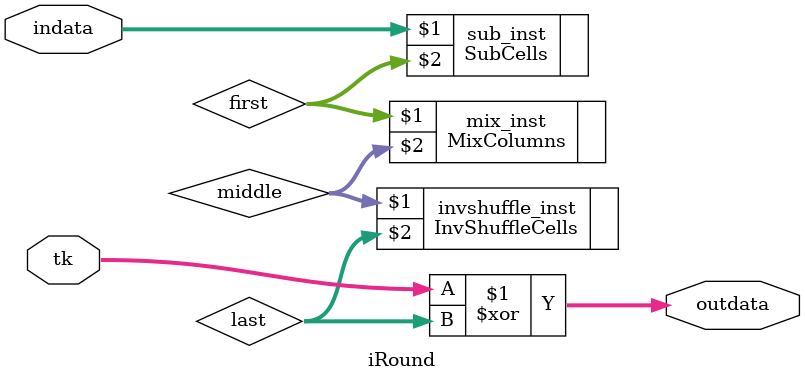
<source format=v>

module Round
    (
        input wire [63:0] tk,
        input wire [63:0] indata,
        output wire [63:0] outdata
    );
    localparam n = 64;
    wire [n-1:0] first;
    wire [n-1:0] last;

    assign first = tk^indata;
    wire [n-1:0] middle;
    ShuffleCells  shuffle_inst(first, middle);
    MixColumns  mix_inst(middle, last);
    SubCells  sub_inst(last, outdata);
endmodule


module iRound
    (
        input wire [63:0] tk,
        input wire [63:0] indata,
        output wire [63:0] outdata
    );
    localparam n = 64;
    wire [n-1:0] first;
    wire [n-1:0] last;

    SubCells  sub_inst(indata, first);
    wire [n-1:0] middle;
    MixColumns mix_inst(first, middle);
    InvShuffleCells  invshuffle_inst(middle, last);
    assign outdata = tk^last;
endmodule


</source>
